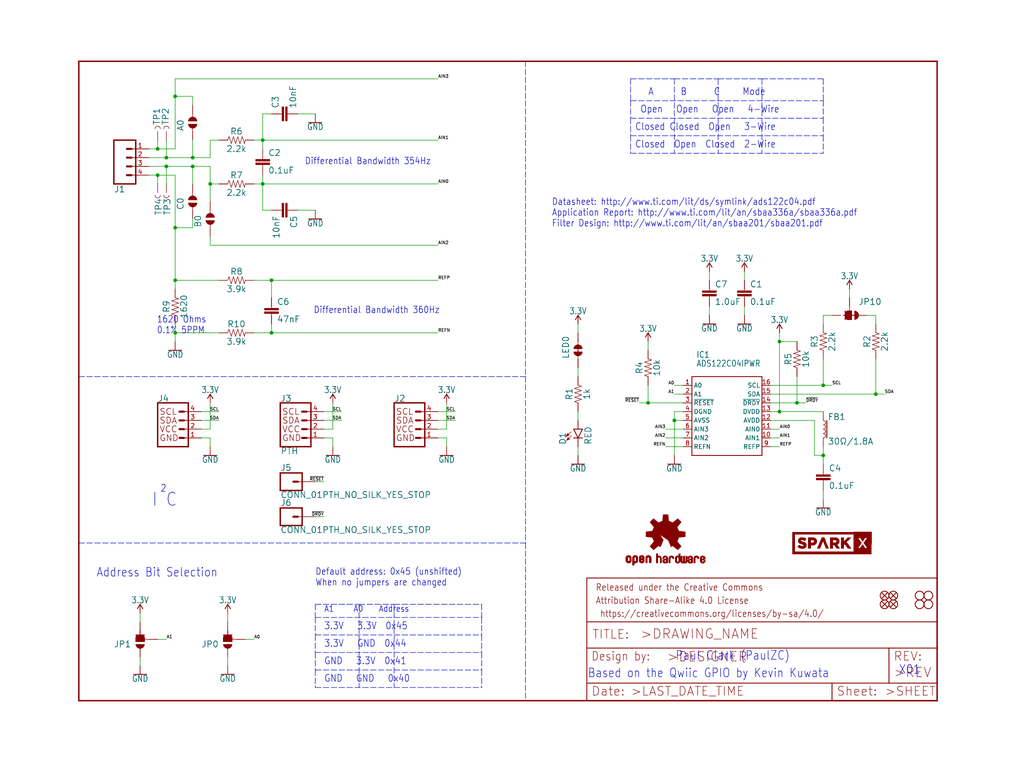
<source format=kicad_sch>
(kicad_sch (version 20211123) (generator eeschema)
  (paper "User" 297.002 223.926)
  (lib_symbols
    (symbol "eagleSchem-eagle-import:0.1UF-0603-25V-(+80{slash}-20%)"
      (property "Reference" "C" (at 1.524 2.921 0))
      (property "Value" "0.1UF-0603-25V-(+80{slash}-20%)" (at 1.524 -2.159 0))
      (symbol "0.1UF-0603-25V-(+80{slash}-20%)_1_0"
        (pin passive line (at 0 5.08 270) (length 2.54) (name "1") (number "1"))
        (pin passive line (at 0 -2.54 90) (length 2.54) (name "2") (number "2"))
      )
    )
    (symbol "eagleSchem-eagle-import:0.1UF-0603-25V-5%"
      (property "Reference" "C" (at 1.524 2.921 0))
      (property "Value" "0.1UF-0603-25V-5%" (at 1.524 -2.159 0))
      (symbol "0.1UF-0603-25V-5%_1_0"
        (pin passive line (at 0 5.08 270) (length 2.54) (name "1") (number "1"))
        (pin passive line (at 0 -2.54 90) (length 2.54) (name "2") (number "2"))
      )
    )
    (symbol "eagleSchem-eagle-import:1.0UF-0603-16V-10%-X7R"
      (property "Reference" "C" (at 1.524 2.921 0))
      (property "Value" "1.0UF-0603-16V-10%-X7R" (at 1.524 -2.159 0))
      (symbol "1.0UF-0603-16V-10%-X7R_1_0"
        (pin passive line (at 0 5.08 270) (length 2.54) (name "1") (number "1"))
        (pin passive line (at 0 -2.54 90) (length 2.54) (name "2") (number "2"))
      )
    )
    (symbol "eagleSchem-eagle-import:10KOHM-0603-1{slash}10W-1%"
      (property "Reference" "R" (at 0 1.524 0))
      (property "Value" "10KOHM-0603-1{slash}10W-1%" (at 0 -1.524 0))
      (symbol "10KOHM-0603-1{slash}10W-1%_1_0"
        (pin passive line (at -5.08 0 0) (length 2.54) (name "1") (number "1"))
        (pin passive line (at 5.08 0 180) (length 2.54) (name "2") (number "2"))
      )
    )
    (symbol "eagleSchem-eagle-import:10NF-0603-50V-10%"
      (property "Reference" "C" (at 1.524 2.921 0))
      (property "Value" "10NF-0603-50V-10%" (at 1.524 -2.159 0))
      (symbol "10NF-0603-50V-10%_1_0"
        (pin passive line (at 0 5.08 270) (length 2.54) (name "1") (number "1"))
        (pin passive line (at 0 -2.54 90) (length 2.54) (name "2") (number "2"))
      )
    )
    (symbol "eagleSchem-eagle-import:1620OHM-0603-0.1%-5PPM"
      (property "Reference" "R" (at 0 1.524 0))
      (property "Value" "1620OHM-0603-0.1%-5PPM" (at 0 -1.524 0))
      (symbol "1620OHM-0603-0.1%-5PPM_1_0"
        (pin passive line (at -5.08 0 0) (length 2.54) (name "1") (number "1"))
        (pin passive line (at 5.08 0 180) (length 2.54) (name "2") (number "2"))
      )
    )
    (symbol "eagleSchem-eagle-import:1KOHM-0603-1{slash}10W-1%"
      (property "Reference" "R" (at 0 1.524 0))
      (property "Value" "1KOHM-0603-1{slash}10W-1%" (at 0 -1.524 0))
      (symbol "1KOHM-0603-1{slash}10W-1%_1_0"
        (pin passive line (at -5.08 0 0) (length 2.54) (name "1") (number "1"))
        (pin passive line (at 5.08 0 180) (length 2.54) (name "2") (number "2"))
      )
    )
    (symbol "eagleSchem-eagle-import:2.2KOHM-0603-1{slash}10W-1%"
      (property "Reference" "R" (at 0 1.524 0))
      (property "Value" "2.2KOHM-0603-1{slash}10W-1%" (at 0 -1.524 0))
      (symbol "2.2KOHM-0603-1{slash}10W-1%_1_0"
        (pin passive line (at -5.08 0 0) (length 2.54) (name "1") (number "1"))
        (pin passive line (at 5.08 0 180) (length 2.54) (name "2") (number "2"))
      )
    )
    (symbol "eagleSchem-eagle-import:3.3V" (power)
      (property "Value" "3.3V" (at 0 2.794 0))
      (symbol "3.3V_1_0"
        (pin power_in line (at 0 0 90) (length 2.54) (name "3.3V") (number "1"))
      )
    )
    (symbol "eagleSchem-eagle-import:3.9KOHM-0603-1{slash}10W-1%"
      (property "Reference" "R" (at 0 1.524 0))
      (property "Value" "3.9KOHM-0603-1{slash}10W-1%" (at 0 -1.524 0))
      (symbol "3.9KOHM-0603-1{slash}10W-1%_1_0"
        (pin passive line (at -5.08 0 0) (length 2.54) (name "1") (number "1"))
        (pin passive line (at 5.08 0 180) (length 2.54) (name "2") (number "2"))
      )
    )
    (symbol "eagleSchem-eagle-import:47NF-0603-25V-5%"
      (property "Reference" "C" (at 1.524 2.921 0))
      (property "Value" "47NF-0603-25V-5%" (at 1.524 -2.159 0))
      (symbol "47NF-0603-25V-5%_1_0"
        (pin passive line (at 0 5.08 270) (length 2.54) (name "1") (number "1"))
        (pin passive line (at 0 -2.54 90) (length 2.54) (name "2") (number "2"))
      )
    )
    (symbol "eagleSchem-eagle-import:ADS122C04IPWR"
      (property "Reference" "U" (at 0 16.51 0))
      (property "Value" "ADS122C04IPWR" (at 0 13.97 0))
      (symbol "ADS122C04IPWR_1_0"
        (pin input line (at -12.7 8.89 0) (length 2.54) (name "A0") (number "1"))
        (pin input line (at 12.7 -6.35 180) (length 2.54) (name "AIN1") (number "10"))
        (pin input line (at 12.7 -3.81 180) (length 2.54) (name "AIN0") (number "11"))
        (pin power_in line (at 12.7 -1.27 180) (length 2.54) (name "AVDD") (number "12"))
        (pin power_in line (at 12.7 1.27 180) (length 2.54) (name "DVDD") (number "13"))
        (pin output line (at 12.7 3.81 180) (length 2.54) (name "~{DRDY}") (number "14"))
        (pin bidirectional line (at 12.7 6.35 180) (length 2.54) (name "SDA") (number "15"))
        (pin bidirectional line (at 12.7 8.89 180) (length 2.54) (name "SCL") (number "16"))
        (pin input line (at -12.7 6.35 0) (length 2.54) (name "A1") (number "2"))
        (pin input line (at -12.7 3.81 0) (length 2.54) (name "~{RESET}") (number "3"))
        (pin power_in line (at -12.7 1.27 0) (length 2.54) (name "DGND") (number "4"))
        (pin power_in line (at -12.7 -1.27 0) (length 2.54) (name "AVSS") (number "5"))
        (pin input line (at -12.7 -3.81 0) (length 2.54) (name "AIN3") (number "6"))
        (pin input line (at -12.7 -6.35 0) (length 2.54) (name "AIN2") (number "7"))
        (pin input line (at -12.7 -8.89 0) (length 2.54) (name "REFN") (number "8"))
        (pin input line (at 12.7 -8.89 180) (length 2.54) (name "REFP") (number "9"))
      )
    )
    (symbol "eagleSchem-eagle-import:CONN_01PTH_NO_SILK_YES_STOP"
      (property "Reference" "J" (at -2.54 3.048 0))
      (property "Value" "CONN_01PTH_NO_SILK_YES_STOP" (at -2.54 -4.826 0))
      (symbol "CONN_01PTH_NO_SILK_YES_STOP_1_0"
        (pin passive line (at 7.62 0 180) (length 5.08) (name "1") (number "1"))
      )
    )
    (symbol "eagleSchem-eagle-import:CONN_04LATCH"
      (property "Reference" "J" (at -5.08 8.128 0))
      (property "Value" "CONN_04LATCH" (at -5.08 -7.366 0))
      (symbol "CONN_04LATCH_1_0"
        (pin passive line (at 5.08 -2.54 180) (length 5.08) (name "1") (number "1"))
        (pin passive line (at 5.08 0 180) (length 5.08) (name "2") (number "2"))
        (pin passive line (at 5.08 2.54 180) (length 5.08) (name "3") (number "3"))
        (pin passive line (at 5.08 5.08 180) (length 5.08) (name "4") (number "4"))
      )
    )
    (symbol "eagleSchem-eagle-import:FERRITE_BEAD-0603"
      (property "Reference" "FB" (at 1.27 2.54 0))
      (property "Value" "FERRITE_BEAD-0603" (at 1.27 -2.54 0))
      (symbol "FERRITE_BEAD-0603_1_0"
        (pin passive line (at 0 5.08 270) (length 2.54) (name "1") (number "1"))
        (pin passive line (at 0 -5.08 90) (length 2.54) (name "2") (number "2"))
      )
    )
    (symbol "eagleSchem-eagle-import:FIDUCIAL1X2")
    (symbol "eagleSchem-eagle-import:FRAME-LETTER"
      (symbol "FRAME-LETTER_2_0"
        (text " https://creativecommons.org/licenses/by-sa/4.0/" (at 2.54 24.13 0) (effects (font (size 1.9304 1.6408)) (justify left bottom)))
        (text ">DESIGNER" (at 23.114 11.176 0) (effects (font (size 2.7432 2.7432)) (justify left bottom)))
        (text ">DRAWING_NAME" (at 15.494 17.78 0) (effects (font (size 2.7432 2.7432)) (justify left bottom)))
        (text ">LAST_DATE_TIME" (at 12.7 1.27 0) (effects (font (size 2.54 2.54)) (justify left bottom)))
        (text ">REV" (at 88.9 6.604 0) (effects (font (size 2.7432 2.7432)) (justify left bottom)))
        (text ">SHEET" (at 86.36 1.27 0) (effects (font (size 2.54 2.54)) (justify left bottom)))
        (text "Attribution Share-Alike 4.0 License" (at 2.54 27.94 0) (effects (font (size 1.9304 1.6408)) (justify left bottom)))
        (text "Date:" (at 1.27 1.27 0) (effects (font (size 2.54 2.54)) (justify left bottom)))
        (text "Design by:" (at 1.27 11.43 0) (effects (font (size 2.54 2.159)) (justify left bottom)))
        (text "Released under the Creative Commons" (at 2.54 31.75 0) (effects (font (size 1.9304 1.6408)) (justify left bottom)))
        (text "REV:" (at 88.9 11.43 0) (effects (font (size 2.54 2.54)) (justify left bottom)))
        (text "Sheet:" (at 72.39 1.27 0) (effects (font (size 2.54 2.54)) (justify left bottom)))
        (text "TITLE:" (at 1.524 17.78 0) (effects (font (size 2.54 2.54)) (justify left bottom)))
      )
    )
    (symbol "eagleSchem-eagle-import:GND" (power)
      (property "Value" "GND" (at 0 -0.254 0))
      (symbol "GND_1_0"
        (pin power_in line (at 0 2.54 270) (length 2.54) (name "GND") (number "1"))
      )
    )
    (symbol "eagleSchem-eagle-import:I2C_STANDARD_NO_SILK"
      (property "Reference" "J" (at -5.08 7.874 0))
      (property "Value" "I2C_STANDARD_NO_SILK" (at -5.08 -5.334 0))
      (symbol "I2C_STANDARD_NO_SILK_1_0"
        (text "GND" (at -4.572 -2.54 0) (effects (font (size 1.778 1.778)) (justify left)))
        (text "SCL" (at -4.572 5.08 0) (effects (font (size 1.778 1.778)) (justify left)))
        (text "SDA" (at -4.572 2.54 0) (effects (font (size 1.778 1.778)) (justify left)))
        (text "VCC" (at -4.572 0 0) (effects (font (size 1.778 1.778)) (justify left)))
        (pin power_in line (at 7.62 -2.54 180) (length 5.08) (name "1") (number "1"))
        (pin power_in line (at 7.62 0 180) (length 5.08) (name "2") (number "2"))
        (pin passive line (at 7.62 2.54 180) (length 5.08) (name "3") (number "3"))
        (pin passive line (at 7.62 5.08 180) (length 5.08) (name "4") (number "4"))
      )
    )
    (symbol "eagleSchem-eagle-import:JUMPER-SMT_2_NC_TRACE_SILK"
      (property "Reference" "JP" (at -2.54 2.54 0))
      (property "Value" "JUMPER-SMT_2_NC_TRACE_SILK" (at -2.54 -2.54 0))
      (symbol "JUMPER-SMT_2_NC_TRACE_SILK_1_0"
        (pin passive line (at -5.08 0 0) (length 2.54) (name "1") (number "1"))
        (pin passive line (at 5.08 0 180) (length 2.54) (name "2") (number "2"))
      )
    )
    (symbol "eagleSchem-eagle-import:JUMPER-SMT_2_NO_SILK_ROUND"
      (property "Reference" "JP" (at -2.54 2.54 0))
      (property "Value" "JUMPER-SMT_2_NO_SILK_ROUND" (at -2.54 -2.54 0))
      (symbol "JUMPER-SMT_2_NO_SILK_ROUND_1_0"
        (pin passive line (at -5.08 0 0) (length 2.54) (name "1") (number "1"))
        (pin passive line (at 5.08 0 180) (length 2.54) (name "2") (number "2"))
      )
    )
    (symbol "eagleSchem-eagle-import:JUMPER-SMT_3_1-NC_TRACE_SILK"
      (property "Reference" "JP" (at 2.54 0.381 0))
      (property "Value" "JUMPER-SMT_3_1-NC_TRACE_SILK" (at 2.54 -0.381 0))
      (symbol "JUMPER-SMT_3_1-NC_TRACE_SILK_1_0"
        (pin passive line (at 0 5.08 270) (length 2.54) (name "1") (number "1"))
        (pin passive line (at -5.08 0 0) (length 2.54) (name "2") (number "2"))
        (pin passive line (at 0 -5.08 90) (length 2.54) (name "3") (number "3"))
      )
    )
    (symbol "eagleSchem-eagle-import:JUMPER-SMT_3_2-NC_TRACE_SILK"
      (property "Reference" "JP" (at 2.54 0.381 0))
      (property "Value" "JUMPER-SMT_3_2-NC_TRACE_SILK" (at 2.54 -0.381 0))
      (symbol "JUMPER-SMT_3_2-NC_TRACE_SILK_1_0"
        (pin passive line (at 0 5.08 270) (length 2.54) (name "1") (number "1"))
        (pin passive line (at -5.08 0 0) (length 2.54) (name "2") (number "2"))
        (pin passive line (at 0 -5.08 90) (length 2.54) (name "3") (number "3"))
      )
    )
    (symbol "eagleSchem-eagle-import:LED-RED0603"
      (property "Reference" "D" (at -3.429 -4.572 90))
      (property "Value" "LED-RED0603" (at 1.905 -4.572 90))
      (symbol "LED-RED0603_1_0"
        (pin passive line (at 0 2.54 270) (length 2.54) (name "A") (number "A"))
        (pin passive line (at 0 -5.08 90) (length 2.54) (name "C") (number "C"))
      )
    )
    (symbol "eagleSchem-eagle-import:OSHW-LOGOMINI")
    (symbol "eagleSchem-eagle-import:QWIIC_CONNECTORJS-1MM"
      (property "Reference" "J" (at -5.08 7.874 0))
      (property "Value" "QWIIC_CONNECTORJS-1MM" (at -5.08 -5.334 0))
      (symbol "QWIIC_CONNECTORJS-1MM_1_0"
        (text "GND" (at -4.572 -2.54 0) (effects (font (size 1.778 1.778)) (justify left)))
        (text "SCL" (at -4.572 5.08 0) (effects (font (size 1.778 1.778)) (justify left)))
        (text "SDA" (at -4.572 2.54 0) (effects (font (size 1.778 1.778)) (justify left)))
        (text "VCC" (at -4.572 0 0) (effects (font (size 1.778 1.778)) (justify left)))
        (pin power_in line (at 7.62 -2.54 180) (length 5.08) (name "1") (number "1"))
        (pin power_in line (at 7.62 0 180) (length 5.08) (name "2") (number "2"))
        (pin passive line (at 7.62 2.54 180) (length 5.08) (name "3") (number "3"))
        (pin passive line (at 7.62 5.08 180) (length 5.08) (name "4") (number "4"))
      )
    )
    (symbol "eagleSchem-eagle-import:SPARKX-LOGO3")
    (symbol "eagleSchem-eagle-import:STAND-OFF")
    (symbol "eagleSchem-eagle-import:TEST-POINTTP_15TH_THRU"
      (property "Reference" "TP" (at -2.54 2.54 0))
      (property "Value" "TEST-POINTTP_15TH_THRU" (at -2.54 -2.54 0))
      (symbol "TEST-POINTTP_15TH_THRU_1_0"
        (pin bidirectional line (at 0 0 180) (length 0) (name "1") (number "P$1"))
      )
    )
  )
  (junction (at 48.26 48.26))
  (junction (at 76.2 53.34))
  (junction (at 226.06 99.06))
  (junction (at 231.14 116.84))
  (junction (at 50.8 96.52))
  (junction (at 55.88 45.72))
  (junction (at 45.72 43.18))
  (junction (at 50.8 27.94))
  (junction (at 78.74 81.28))
  (junction (at 48.26 45.72))
  (junction (at 45.72 50.8))
  (junction (at 226.06 119.38))
  (junction (at 238.76 111.76))
  (junction (at 187.96 116.84))
  (junction (at 76.2 40.64))
  (junction (at 55.88 48.26))
  (junction (at 195.58 121.92))
  (junction (at 60.96 53.34))
  (junction (at 50.8 81.28))
  (junction (at 238.76 132.08))
  (junction (at 50.8 66.04))
  (junction (at 78.74 96.52))
  (junction (at 254 114.3))
  (wire (pts (xy 48.26 45.72) (xy 55.88 45.72)))
  (wire (pts (xy 205.74 81.28) (xy 205.74 78.74)))
  (wire (pts (xy 167.64 109.22) (xy 167.64 106.68)))
  (wire (pts (xy 76.2 33.02) (xy 76.2 40.64)))
  (wire (pts (xy 50.8 93.98) (xy 50.8 96.52)))
  (polyline (pts (xy 139.7 194.31) (xy 139.7 199.39)))
  (wire (pts (xy 58.42 124.46) (xy 60.96 124.46)))
  (wire (pts (xy 215.9 88.9) (xy 215.9 91.44)))
  (wire (pts (xy 60.96 40.64) (xy 63.5 40.64)))
  (wire (pts (xy 198.12 111.76) (xy 195.58 111.76)))
  (polyline (pts (xy 139.7 184.15) (xy 139.7 189.23)))
  (wire (pts (xy 73.66 40.64) (xy 76.2 40.64)))
  (wire (pts (xy 45.72 53.34) (xy 45.72 50.8)))
  (wire (pts (xy 254 91.44) (xy 254 93.98)))
  (polyline (pts (xy 182.88 39.37) (xy 182.88 44.45)))
  (wire (pts (xy 55.88 53.34) (xy 55.88 48.26)))
  (wire (pts (xy 60.96 58.42) (xy 60.96 53.34)))
  (wire (pts (xy 127 124.46) (xy 129.54 124.46)))
  (wire (pts (xy 55.88 63.5) (xy 55.88 66.04)))
  (wire (pts (xy 43.18 43.18) (xy 45.72 43.18)))
  (wire (pts (xy 195.58 119.38) (xy 195.58 121.92)))
  (wire (pts (xy 223.52 121.92) (xy 236.22 121.92)))
  (wire (pts (xy 231.14 109.22) (xy 231.14 116.84)))
  (wire (pts (xy 167.64 96.52) (xy 167.64 93.98)))
  (wire (pts (xy 198.12 124.46) (xy 193.04 124.46)))
  (wire (pts (xy 60.96 68.58) (xy 60.96 71.12)))
  (wire (pts (xy 236.22 121.92) (xy 236.22 132.08)))
  (wire (pts (xy 60.96 127) (xy 60.96 129.54)))
  (polyline (pts (xy 182.88 34.29) (xy 182.88 39.37)))
  (wire (pts (xy 246.38 86.36) (xy 246.38 83.82)))
  (polyline (pts (xy 114.3 175.26) (xy 114.3 199.39)))
  (polyline (pts (xy 22.86 157.48) (xy 152.4 157.48)))
  (wire (pts (xy 50.8 96.52) (xy 50.8 99.06)))
  (wire (pts (xy 198.12 119.38) (xy 195.58 119.38)))
  (wire (pts (xy 226.06 99.06) (xy 226.06 96.52)))
  (wire (pts (xy 60.96 48.26) (xy 60.96 53.34)))
  (wire (pts (xy 238.76 144.78) (xy 238.76 142.24)))
  (wire (pts (xy 198.12 116.84) (xy 187.96 116.84)))
  (wire (pts (xy 198.12 114.3) (xy 195.58 114.3)))
  (wire (pts (xy 78.74 86.36) (xy 78.74 81.28)))
  (polyline (pts (xy 91.44 199.39) (xy 139.7 199.39)))
  (wire (pts (xy 48.26 53.34) (xy 48.26 48.26)))
  (wire (pts (xy 223.52 111.76) (xy 238.76 111.76)))
  (polyline (pts (xy 182.88 22.86) (xy 182.88 29.21)))
  (wire (pts (xy 238.76 91.44) (xy 238.76 93.98)))
  (polyline (pts (xy 182.88 29.21) (xy 238.76 29.21)))
  (wire (pts (xy 198.12 127) (xy 193.04 127)))
  (wire (pts (xy 78.74 33.02) (xy 76.2 33.02)))
  (polyline (pts (xy 152.4 17.78) (xy 152.4 109.22)))
  (wire (pts (xy 76.2 53.34) (xy 127 53.34)))
  (polyline (pts (xy 139.7 175.26) (xy 139.7 179.07)))
  (wire (pts (xy 129.54 127) (xy 129.54 129.54)))
  (wire (pts (xy 76.2 60.96) (xy 76.2 53.34)))
  (wire (pts (xy 55.88 66.04) (xy 50.8 66.04)))
  (wire (pts (xy 45.72 185.42) (xy 48.26 185.42)))
  (wire (pts (xy 241.3 91.44) (xy 238.76 91.44)))
  (polyline (pts (xy 238.76 22.86) (xy 238.76 29.21)))
  (wire (pts (xy 127 127) (xy 129.54 127)))
  (polyline (pts (xy 91.44 184.15) (xy 91.44 189.23)))
  (wire (pts (xy 223.52 129.54) (xy 226.06 129.54)))
  (wire (pts (xy 251.46 91.44) (xy 254 91.44)))
  (wire (pts (xy 238.76 134.62) (xy 238.76 132.08)))
  (wire (pts (xy 66.04 190.5) (xy 66.04 193.04)))
  (polyline (pts (xy 91.44 179.07) (xy 91.44 184.15)))
  (wire (pts (xy 48.26 48.26) (xy 55.88 48.26)))
  (polyline (pts (xy 91.44 189.23) (xy 139.7 189.23)))
  (wire (pts (xy 50.8 81.28) (xy 50.8 83.82)))
  (wire (pts (xy 40.64 190.5) (xy 40.64 193.04)))
  (wire (pts (xy 55.88 27.94) (xy 50.8 27.94)))
  (polyline (pts (xy 208.28 22.86) (xy 208.28 44.45)))
  (wire (pts (xy 195.58 121.92) (xy 198.12 121.92)))
  (polyline (pts (xy 114.3 175.26) (xy 139.7 175.26)))
  (wire (pts (xy 78.74 81.28) (xy 127 81.28)))
  (wire (pts (xy 167.64 132.08) (xy 167.64 129.54)))
  (polyline (pts (xy 220.98 22.86) (xy 220.98 44.45)))
  (wire (pts (xy 50.8 66.04) (xy 50.8 81.28)))
  (wire (pts (xy 238.76 104.14) (xy 238.76 111.76)))
  (wire (pts (xy 50.8 22.86) (xy 127 22.86)))
  (wire (pts (xy 60.96 124.46) (xy 60.96 116.84)))
  (wire (pts (xy 40.64 180.34) (xy 40.64 177.8)))
  (wire (pts (xy 205.74 88.9) (xy 205.74 91.44)))
  (wire (pts (xy 55.88 30.48) (xy 55.88 27.94)))
  (wire (pts (xy 187.96 111.76) (xy 187.96 116.84)))
  (polyline (pts (xy 91.44 194.31) (xy 91.44 199.39)))
  (polyline (pts (xy 139.7 179.07) (xy 139.7 184.15)))
  (wire (pts (xy 43.18 50.8) (xy 45.72 50.8)))
  (polyline (pts (xy 208.28 22.86) (xy 220.98 22.86)))
  (wire (pts (xy 187.96 99.06) (xy 187.96 101.6)))
  (polyline (pts (xy 182.88 34.29) (xy 238.76 34.29)))
  (wire (pts (xy 58.42 119.38) (xy 63.5 119.38)))
  (wire (pts (xy 236.22 132.08) (xy 238.76 132.08)))
  (wire (pts (xy 55.88 45.72) (xy 60.96 45.72)))
  (wire (pts (xy 93.98 119.38) (xy 99.06 119.38)))
  (wire (pts (xy 55.88 40.64) (xy 55.88 45.72)))
  (wire (pts (xy 127 119.38) (xy 132.08 119.38)))
  (wire (pts (xy 96.52 127) (xy 96.52 129.54)))
  (wire (pts (xy 223.52 116.84) (xy 231.14 116.84)))
  (wire (pts (xy 198.12 129.54) (xy 193.04 129.54)))
  (wire (pts (xy 60.96 53.34) (xy 63.5 53.34)))
  (polyline (pts (xy 195.58 22.86) (xy 195.58 44.45)))
  (wire (pts (xy 58.42 127) (xy 60.96 127)))
  (polyline (pts (xy 104.14 175.26) (xy 104.14 199.39)))
  (wire (pts (xy 60.96 45.72) (xy 60.96 40.64)))
  (wire (pts (xy 73.66 53.34) (xy 76.2 53.34)))
  (wire (pts (xy 93.98 127) (xy 96.52 127)))
  (wire (pts (xy 71.12 185.42) (xy 73.66 185.42)))
  (wire (pts (xy 91.44 139.7) (xy 93.98 139.7)))
  (wire (pts (xy 78.74 93.98) (xy 78.74 96.52)))
  (polyline (pts (xy 91.44 184.15) (xy 139.7 184.15)))
  (wire (pts (xy 127 121.92) (xy 132.08 121.92)))
  (wire (pts (xy 238.76 119.38) (xy 226.06 119.38)))
  (wire (pts (xy 76.2 53.34) (xy 76.2 50.8)))
  (polyline (pts (xy 152.4 109.22) (xy 152.4 157.48)))
  (wire (pts (xy 215.9 81.28) (xy 215.9 78.74)))
  (polyline (pts (xy 139.7 189.23) (xy 139.7 194.31)))
  (polyline (pts (xy 91.44 175.26) (xy 104.14 175.26)))
  (wire (pts (xy 76.2 43.18) (xy 76.2 40.64)))
  (wire (pts (xy 223.52 114.3) (xy 254 114.3)))
  (wire (pts (xy 93.98 121.92) (xy 99.06 121.92)))
  (wire (pts (xy 223.52 127) (xy 226.06 127)))
  (wire (pts (xy 50.8 43.18) (xy 50.8 27.94)))
  (wire (pts (xy 91.44 149.86) (xy 93.98 149.86)))
  (polyline (pts (xy 22.86 109.22) (xy 152.4 109.22)))
  (wire (pts (xy 195.58 132.08) (xy 195.58 121.92)))
  (polyline (pts (xy 91.44 179.07) (xy 139.7 179.07)))
  (polyline (pts (xy 182.88 22.86) (xy 195.58 22.86)))
  (wire (pts (xy 238.76 111.76) (xy 241.3 111.76)))
  (wire (pts (xy 223.52 124.46) (xy 226.06 124.46)))
  (wire (pts (xy 254 104.14) (xy 254 114.3)))
  (wire (pts (xy 45.72 50.8) (xy 50.8 50.8)))
  (polyline (pts (xy 91.44 175.26) (xy 91.44 179.07)))
  (polyline (pts (xy 91.44 189.23) (xy 91.44 194.31)))
  (wire (pts (xy 58.42 121.92) (xy 63.5 121.92)))
  (wire (pts (xy 187.96 116.84) (xy 185.42 116.84)))
  (wire (pts (xy 231.14 99.06) (xy 226.06 99.06)))
  (wire (pts (xy 48.26 40.64) (xy 48.26 45.72)))
  (wire (pts (xy 50.8 27.94) (xy 50.8 22.86)))
  (wire (pts (xy 73.66 81.28) (xy 78.74 81.28)))
  (wire (pts (xy 45.72 40.64) (xy 45.72 43.18)))
  (wire (pts (xy 63.5 81.28) (xy 50.8 81.28)))
  (wire (pts (xy 55.88 48.26) (xy 60.96 48.26)))
  (polyline (pts (xy 238.76 39.37) (xy 238.76 44.45)))
  (polyline (pts (xy 220.98 22.86) (xy 238.76 22.86)))
  (wire (pts (xy 254 114.3) (xy 256.54 114.3)))
  (wire (pts (xy 63.5 96.52) (xy 50.8 96.52)))
  (wire (pts (xy 96.52 124.46) (xy 96.52 116.84)))
  (wire (pts (xy 43.18 45.72) (xy 48.26 45.72)))
  (polyline (pts (xy 182.88 29.21) (xy 182.88 34.29)))
  (polyline (pts (xy 152.4 157.48) (xy 152.4 203.2)))
  (wire (pts (xy 223.52 119.38) (xy 226.06 119.38)))
  (polyline (pts (xy 195.58 22.86) (xy 208.28 22.86)))
  (wire (pts (xy 93.98 124.46) (xy 96.52 124.46)))
  (polyline (pts (xy 182.88 39.37) (xy 238.76 39.37)))
  (wire (pts (xy 43.18 48.26) (xy 48.26 48.26)))
  (wire (pts (xy 86.36 33.02) (xy 91.44 33.02)))
  (polyline (pts (xy 91.44 194.31) (xy 139.7 194.31)))
  (wire (pts (xy 76.2 40.64) (xy 127 40.64)))
  (wire (pts (xy 129.54 124.46) (xy 129.54 116.84)))
  (wire (pts (xy 50.8 50.8) (xy 50.8 66.04)))
  (wire (pts (xy 86.36 60.96) (xy 91.44 60.96)))
  (polyline (pts (xy 182.88 44.45) (xy 238.76 44.45)))
  (wire (pts (xy 78.74 96.52) (xy 127 96.52)))
  (wire (pts (xy 78.74 60.96) (xy 76.2 60.96)))
  (wire (pts (xy 45.72 43.18) (xy 50.8 43.18)))
  (wire (pts (xy 73.66 96.52) (xy 78.74 96.52)))
  (polyline (pts (xy 104.14 175.26) (xy 114.3 175.26)))
  (wire (pts (xy 231.14 116.84) (xy 233.68 116.84)))
  (wire (pts (xy 238.76 132.08) (xy 238.76 129.54)))
  (wire (pts (xy 167.64 121.92) (xy 167.64 119.38)))
  (wire (pts (xy 226.06 119.38) (xy 226.06 99.06)))
  (polyline (pts (xy 238.76 29.21) (xy 238.76 34.29)))
  (polyline (pts (xy 238.76 34.29) (xy 238.76 39.37)))
  (wire (pts (xy 60.96 71.12) (xy 127 71.12)))
  (wire (pts (xy 66.04 180.34) (xy 66.04 177.8)))
  (text "Datasheet: http://www.ti.com/lit/ds/symlink/ads122c04.pdf\nApplication Report: http://www.ti.com/lit/an/sbaa336a/sbaa336a.pdf\nFilter Design: http://www.ti.com/lit/an/sbaa201/sbaa201.pdf" (at 160.02 66.04 180) (effects (font (size 1.9304 1.6408)) (justify left bottom)))
  (text "Closed Closed  Open   3-Wire" (at 184.15 38.1 180) (effects (font (size 2.032 1.7272)) (justify left bottom)))
  (text "A1     A0    Address" (at 93.98 177.8 180) (effects (font (size 1.778 1.5113)) (justify left bottom)))
  (text "GND   GND   0x40" (at 93.98 198.12 180) (effects (font (size 2.032 1.7272)) (justify left bottom)))
  (text "Based on the Qwiic GPIO by Kevin Kuwata" (at 170.434 196.85 180) (effects (font (size 2.54 2.159)) (justify left bottom)))
  (text "1620 Ohms\n0.1% 5PPM" (at 45.466 97.028 180) (effects (font (size 1.9304 1.6408)) (justify left bottom)))
  (text "3.3V   GND  0x44" (at 93.98 187.96 180) (effects (font (size 2.032 1.7272)) (justify left bottom)))
  (text "Closed  Open  Closed  2-Wire" (at 184.15 43.18 180) (effects (font (size 2.032 1.7272)) (justify left bottom)))
  (text "Address Bit Selection" (at 27.94 167.64 180) (effects (font (size 2.54 2.159)) (justify left bottom)))
  (text "Differential Bandwidth 354Hz" (at 88.392 48.006 180) (effects (font (size 1.9304 1.6408)) (justify left bottom)))
  (text "GND   3.3V  0x41" (at 93.98 193.04 180) (effects (font (size 2.032 1.7272)) (justify left bottom)))
  (text "X01" (at 260.604 195.834 180) (effects (font (size 2.54 2.159)) (justify left bottom)))
  (text "Paul Clark (PaulZC)" (at 195.834 191.77 180) (effects (font (size 2.54 2.159)) (justify left bottom)))
  (text "Default address: 0x45 (unshifted)\nWhen no jumpers are changed" (at 91.44 170.18 180) (effects (font (size 1.9304 1.6408)) (justify left bottom)))
  (text "2" (at 46.482 143.002 180) (effects (font (size 2.032 1.7272)) (justify left bottom)))
  (text "Differential Bandwidth 360Hz" (at 90.932 91.186 180) (effects (font (size 1.9304 1.6408)) (justify left bottom)))
  (text "3.3V   3.3V  0x45" (at 93.98 182.88 180) (effects (font (size 2.032 1.7272)) (justify left bottom)))
  (text "I C" (at 47.752 145.034 180) (effects (font (size 3.81 3.2385))))
  (text "A      B      C     Mode" (at 187.96 27.94 180) (effects (font (size 2.032 1.7272)) (justify left bottom)))
  (text "Open   Open   Open   4-Wire" (at 185.674 33.02 180) (effects (font (size 2.032 1.7272)) (justify left bottom)))
  (label "SDA" (at 99.06 121.92 180) (effects (font (size 0.889 0.889))))
  (label "REFP" (at 127 81.28 0) (effects (font (size 0.889 0.889))))
  (label "AIN3" (at 193.04 124.46 180) (effects (font (size 0.889 0.889))))
  (label "A0" (at 195.58 111.76 180) (effects (font (size 0.889 0.889))))
  (label "REFN" (at 193.04 129.54 180) (effects (font (size 0.889 0.889))))
  (label "SCL" (at 99.06 119.38 180) (effects (font (size 0.889 0.889))))
  (label "~{DRDY}" (at 233.68 116.84 0) (effects (font (size 0.889 0.889))))
  (label "REFP" (at 226.06 129.54 0) (effects (font (size 0.889 0.889))))
  (label "AIN0" (at 127 53.34 0) (effects (font (size 0.889 0.889))))
  (label "A0" (at 73.66 185.42 0) (effects (font (size 0.889 0.889))))
  (label "REFN" (at 127 96.52 0) (effects (font (size 0.889 0.889))))
  (label "SDA" (at 256.54 114.3 0) (effects (font (size 0.889 0.889))))
  (label "AIN0" (at 226.06 124.46 0) (effects (font (size 0.889 0.889))))
  (label "SCL" (at 132.08 119.38 180) (effects (font (size 0.889 0.889))))
  (label "AIN2" (at 193.04 127 180) (effects (font (size 0.889 0.889))))
  (label "A1" (at 48.26 185.42 0) (effects (font (size 0.889 0.889))))
  (label "AIN3" (at 127 22.86 0) (effects (font (size 0.889 0.889))))
  (label "~{RESET}" (at 93.98 139.7 180) (effects (font (size 0.889 0.889))))
  (label "~{RESET}" (at 185.42 116.84 180) (effects (font (size 0.889 0.889))))
  (label "SDA" (at 132.08 121.92 180) (effects (font (size 0.889 0.889))))
  (label "A1" (at 195.58 114.3 180) (effects (font (size 0.889 0.889))))
  (label "AIN2" (at 127 71.12 0) (effects (font (size 0.889 0.889))))
  (label "SCL" (at 63.5 119.38 180) (effects (font (size 0.889 0.889))))
  (label "AIN1" (at 127 40.64 0) (effects (font (size 0.889 0.889))))
  (label "SCL" (at 241.3 111.76 0) (effects (font (size 0.889 0.889))))
  (label "AIN1" (at 226.06 127 0) (effects (font (size 0.889 0.889))))
  (label "SDA" (at 63.5 121.92 180) (effects (font (size 0.889 0.889))))
  (label "~{DRDY}" (at 93.98 149.86 180) (effects (font (size 0.889 0.889))))
  (symbol (lib_id "eagleSchem-eagle-import:0.1UF-0603-25V-5%") (at 76.2 48.26 0) (unit 1)
    (property "Reference" "C2" (at 77.724 45.339 0) (effects (font (size 1.778 1.778)) (justify left bottom)))
    (property "Value" "0.1uF" (at 77.724 50.419 0) (effects (font (size 1.778 1.778)) (justify left bottom)))
    (property "Footprint" "eagleSchem:0603" (effects hide))
  )
  (symbol (lib_id "eagleSchem-eagle-import:GND") (at 195.58 134.62 0) (unit 1)
    (property "Reference" "#GND11" (effects hide))
    (property "Value" "GND" (at 195.58 134.874 0) (effects (font (size 1.778 1.5113)) (justify top)))
    (property "Footprint" "eagleSchem:" (effects hide))
  )
  (symbol (lib_id "eagleSchem-eagle-import:3.3V") (at 60.96 116.84 0) (mirror y) (unit 1)
    (property "Reference" "#SUPPLY8" (effects hide))
    (property "Value" "3.3V" (at 60.96 114.046 0) (effects (font (size 1.778 1.5113)) (justify bottom)))
    (property "Footprint" "eagleSchem:" (effects hide))
  )
  (symbol (lib_id "eagleSchem-eagle-import:JUMPER-SMT_3_2-NC_TRACE_SILK") (at 246.38 91.44 270) (unit 1)
    (property "Reference" "JP10" (at 248.92 88.519 90) (effects (font (size 1.778 1.778)) (justify left bottom)))
    (property "Value" "JUMPER-SMT_3_2-NC_TRACE_SILK" (effects hide))
    (property "Footprint" "eagleSchem:SMT-JUMPER_3_2-NC_TRACE_SILK" (effects hide))
  )
  (symbol (lib_id "eagleSchem-eagle-import:1620OHM-0603-0.1%-5PPM") (at 50.8 88.9 90) (unit 1)
    (property "Reference" "R9" (at 49.276 88.9 0) (effects (font (size 1.778 1.778)) (justify bottom)))
    (property "Value" "1620" (at 52.324 88.9 0) (effects (font (size 1.778 1.778)) (justify top)))
    (property "Footprint" "eagleSchem:0603" (effects hide))
  )
  (symbol (lib_id "eagleSchem-eagle-import:GND") (at 91.44 35.56 0) (unit 1)
    (property "Reference" "#GND9" (effects hide))
    (property "Value" "GND" (at 91.44 35.814 0) (effects (font (size 1.778 1.5113)) (justify top)))
    (property "Footprint" "eagleSchem:" (effects hide))
  )
  (symbol (lib_id "eagleSchem-eagle-import:GND") (at 205.74 93.98 0) (unit 1)
    (property "Reference" "#GND13" (effects hide))
    (property "Value" "GND" (at 205.74 94.234 0) (effects (font (size 1.778 1.5113)) (justify top)))
    (property "Footprint" "eagleSchem:" (effects hide))
  )
  (symbol (lib_id "eagleSchem-eagle-import:3.3V") (at 167.64 93.98 0) (unit 1)
    (property "Reference" "#SUPPLY13" (effects hide))
    (property "Value" "3.3V" (at 167.64 91.186 0) (effects (font (size 1.778 1.5113)) (justify bottom)))
    (property "Footprint" "eagleSchem:" (effects hide))
  )
  (symbol (lib_id "eagleSchem-eagle-import:JUMPER-SMT_3_1-NC_TRACE_SILK") (at 40.64 185.42 180) (unit 1)
    (property "Reference" "JP1" (at 38.1 185.801 0) (effects (font (size 1.778 1.778)) (justify left bottom)))
    (property "Value" "JUMPER-SMT_3_1-NC_TRACE_SILK" (effects hide))
    (property "Footprint" "eagleSchem:SMT-JUMPER_3_1-NC_TRACE_SILK" (effects hide))
  )
  (symbol (lib_id "eagleSchem-eagle-import:STAND-OFF") (at 269.24 172.72 0) (unit 1)
    (property "Reference" "JP3" (effects hide))
    (property "Value" "STAND-OFF" (effects hide))
    (property "Footprint" "eagleSchem:STAND-OFF" (effects hide))
  )
  (symbol (lib_id "eagleSchem-eagle-import:3.9KOHM-0603-1{slash}10W-1%") (at 68.58 81.28 0) (unit 1)
    (property "Reference" "R8" (at 68.58 79.756 0) (effects (font (size 1.778 1.778)) (justify bottom)))
    (property "Value" "3.9k" (at 68.58 82.804 0) (effects (font (size 1.778 1.778)) (justify top)))
    (property "Footprint" "eagleSchem:0603" (effects hide))
  )
  (symbol (lib_id "eagleSchem-eagle-import:3.3V") (at 40.64 177.8 0) (mirror y) (unit 1)
    (property "Reference" "#SUPPLY3" (effects hide))
    (property "Value" "3.3V" (at 40.64 175.006 0) (effects (font (size 1.778 1.5113)) (justify bottom)))
    (property "Footprint" "eagleSchem:" (effects hide))
  )
  (symbol (lib_id "eagleSchem-eagle-import:QWIIC_CONNECTORJS-1MM") (at 50.8 124.46 0) (unit 1)
    (property "Reference" "J4" (at 45.72 116.586 0) (effects (font (size 1.778 1.778)) (justify left bottom)))
    (property "Value" "QWIIC_RIGHT_ANGLE" (effects hide))
    (property "Footprint" "eagleSchem:JST04_1MM_RA" (effects hide))
    (property "Value" "QWIIC_RIGHT_ANGLE" (effects hide))
  )
  (symbol (lib_id "eagleSchem-eagle-import:2.2KOHM-0603-1{slash}10W-1%") (at 68.58 53.34 0) (unit 1)
    (property "Reference" "R7" (at 68.58 51.816 0) (effects (font (size 1.778 1.778)) (justify bottom)))
    (property "Value" "2.2k" (at 68.58 54.864 0) (effects (font (size 1.778 1.778)) (justify top)))
    (property "Footprint" "eagleSchem:0603" (effects hide))
  )
  (symbol (lib_id "eagleSchem-eagle-import:CONN_01PTH_NO_SILK_YES_STOP") (at 83.82 149.86 0) (unit 1)
    (property "Reference" "J6" (at 81.28 146.812 0) (effects (font (size 1.778 1.778)) (justify left bottom)))
    (property "Value" "CONN_01PTH_NO_SILK_YES_STOP" (at 81.28 154.686 0) (effects (font (size 1.778 1.778)) (justify left bottom)))
    (property "Footprint" "eagleSchem:1X01_NO_SILK" (effects hide))
  )
  (symbol (lib_id "eagleSchem-eagle-import:GND") (at 167.64 134.62 0) (unit 1)
    (property "Reference" "#GND8" (effects hide))
    (property "Value" "GND" (at 167.64 134.874 0) (effects (font (size 1.778 1.5113)) (justify top)))
    (property "Footprint" "eagleSchem:" (effects hide))
  )
  (symbol (lib_id "eagleSchem-eagle-import:3.3V") (at 187.96 99.06 0) (unit 1)
    (property "Reference" "#SUPPLY12" (effects hide))
    (property "Value" "3.3V" (at 187.96 96.266 0) (effects (font (size 1.778 1.5113)) (justify bottom)))
    (property "Footprint" "eagleSchem:" (effects hide))
  )
  (symbol (lib_id "eagleSchem-eagle-import:2.2KOHM-0603-1{slash}10W-1%") (at 68.58 40.64 0) (unit 1)
    (property "Reference" "R6" (at 68.58 39.116 0) (effects (font (size 1.778 1.778)) (justify bottom)))
    (property "Value" "2.2k" (at 68.58 42.164 0) (effects (font (size 1.778 1.778)) (justify top)))
    (property "Footprint" "eagleSchem:0603" (effects hide))
  )
  (symbol (lib_id "eagleSchem-eagle-import:JUMPER-SMT_2_NC_TRACE_SILK") (at 167.64 101.6 90) (unit 1)
    (property "Reference" "LED0" (at 165.1 104.14 0) (effects (font (size 1.778 1.778)) (justify left bottom)))
    (property "Value" "JUMPER-SMT_2_NC_TRACE_SILK" (effects hide))
    (property "Footprint" "eagleSchem:SMT-JUMPER_2_NC_TRACE_SILK" (effects hide))
  )
  (symbol (lib_id "eagleSchem-eagle-import:0.1UF-0603-25V-(+80{slash}-20%)") (at 238.76 139.7 0) (unit 1)
    (property "Reference" "C4" (at 240.284 136.779 0) (effects (font (size 1.778 1.778)) (justify left bottom)))
    (property "Value" "0.1uF" (at 240.284 141.859 0) (effects (font (size 1.778 1.778)) (justify left bottom)))
    (property "Footprint" "eagleSchem:0603" (effects hide))
  )
  (symbol (lib_id "eagleSchem-eagle-import:OSHW-LOGOMINI") (at 193.04 154.94 0) (unit 1)
    (property "Reference" "LOGO1" (effects hide))
    (property "Value" "OSHW-LOGOMINI" (effects hide))
    (property "Footprint" "eagleSchem:OSHW-LOGO-MINI" (effects hide))
  )
  (symbol (lib_id "eagleSchem-eagle-import:TEST-POINTTP_15TH_THRU") (at 48.26 40.64 90) (unit 1)
    (property "Reference" "TP2" (at 49.022 36.322 0) (effects (font (size 1.778 1.778)) (justify left bottom)))
    (property "Value" "TEST-POINTTP_15TH_THRU" (effects hide))
    (property "Footprint" "eagleSchem:TP_15TH" (effects hide))
  )
  (symbol (lib_id "eagleSchem-eagle-import:FIDUCIAL1X2") (at 259.08 175.26 0) (unit 1)
    (property "Reference" "FD1" (effects hide))
    (property "Value" "FIDUCIAL1X2" (effects hide))
    (property "Footprint" "eagleSchem:FIDUCIAL-1X2" (effects hide))
  )
  (symbol (lib_id "eagleSchem-eagle-import:3.3V") (at 226.06 96.52 0) (unit 1)
    (property "Reference" "#SUPPLY9" (effects hide))
    (property "Value" "3.3V" (at 226.06 93.726 0) (effects (font (size 1.778 1.5113)) (justify bottom)))
    (property "Footprint" "eagleSchem:" (effects hide))
  )
  (symbol (lib_id "eagleSchem-eagle-import:FIDUCIAL1X2") (at 256.54 172.72 0) (unit 1)
    (property "Reference" "JP2" (effects hide))
    (property "Value" "FIDUCIAL1X2" (effects hide))
    (property "Footprint" "eagleSchem:FIDUCIAL-1X2" (effects hide))
  )
  (symbol (lib_id "eagleSchem-eagle-import:GND") (at 96.52 132.08 0) (unit 1)
    (property "Reference" "#GND5" (effects hide))
    (property "Value" "GND" (at 96.52 132.334 0) (effects (font (size 1.778 1.5113)) (justify top)))
    (property "Footprint" "eagleSchem:" (effects hide))
  )
  (symbol (lib_id "eagleSchem-eagle-import:GND") (at 40.64 195.58 0) (unit 1)
    (property "Reference" "#GND2" (effects hide))
    (property "Value" "GND" (at 40.64 195.834 0) (effects (font (size 1.778 1.5113)) (justify top)))
    (property "Footprint" "eagleSchem:" (effects hide))
  )
  (symbol (lib_id "eagleSchem-eagle-import:3.3V") (at 215.9 78.74 0) (unit 1)
    (property "Reference" "#SUPPLY2" (effects hide))
    (property "Value" "3.3V" (at 215.9 75.946 0) (effects (font (size 1.778 1.5113)) (justify bottom)))
    (property "Footprint" "eagleSchem:" (effects hide))
  )
  (symbol (lib_id "eagleSchem-eagle-import:10KOHM-0603-1{slash}10W-1%") (at 187.96 106.68 90) (unit 1)
    (property "Reference" "R4" (at 186.436 106.68 0) (effects (font (size 1.778 1.778)) (justify bottom)))
    (property "Value" "10k" (at 189.484 106.68 0) (effects (font (size 1.778 1.778)) (justify top)))
    (property "Footprint" "eagleSchem:0603" (effects hide))
  )
  (symbol (lib_id "eagleSchem-eagle-import:FIDUCIAL1X2") (at 256.54 175.26 0) (unit 1)
    (property "Reference" "FD2" (effects hide))
    (property "Value" "FIDUCIAL1X2" (effects hide))
    (property "Footprint" "eagleSchem:FIDUCIAL-1X2" (effects hide))
  )
  (symbol (lib_id "eagleSchem-eagle-import:GND") (at 50.8 101.6 0) (unit 1)
    (property "Reference" "#GND12" (effects hide))
    (property "Value" "GND" (at 50.8 101.854 0) (effects (font (size 1.778 1.5113)) (justify top)))
    (property "Footprint" "eagleSchem:" (effects hide))
  )
  (symbol (lib_id "eagleSchem-eagle-import:QWIIC_CONNECTORJS-1MM") (at 119.38 124.46 0) (unit 1)
    (property "Reference" "J2" (at 114.3 116.586 0) (effects (font (size 1.778 1.778)) (justify left bottom)))
    (property "Value" "QWIIC_RIGHT_ANGLE" (effects hide))
    (property "Footprint" "eagleSchem:JST04_1MM_RA" (effects hide))
    (property "Value" "QWIIC_RIGHT_ANGLE" (effects hide))
  )
  (symbol (lib_id "eagleSchem-eagle-import:3.3V") (at 96.52 116.84 0) (mirror y) (unit 1)
    (property "Reference" "#SUPPLY7" (effects hide))
    (property "Value" "3.3V" (at 96.52 114.046 0) (effects (font (size 1.778 1.5113)) (justify bottom)))
    (property "Footprint" "eagleSchem:" (effects hide))
  )
  (symbol (lib_id "eagleSchem-eagle-import:SPARKX-LOGO3") (at 241.3 157.48 0) (unit 1)
    (property "Reference" "U$1" (effects hide))
    (property "Value" "SPARKX-LOGO3" (effects hide))
    (property "Footprint" "eagleSchem:SPARKX-SMALL" (effects hide))
  )
  (symbol (lib_id "eagleSchem-eagle-import:GND") (at 91.44 63.5 0) (unit 1)
    (property "Reference" "#GND10" (effects hide))
    (property "Value" "GND" (at 91.44 63.754 0) (effects (font (size 1.778 1.5113)) (justify top)))
    (property "Footprint" "eagleSchem:" (effects hide))
  )
  (symbol (lib_id "eagleSchem-eagle-import:10NF-0603-50V-10%") (at 81.28 60.96 270) (unit 1)
    (property "Reference" "C5" (at 84.201 62.484 0) (effects (font (size 1.778 1.778)) (justify left bottom)))
    (property "Value" "10nF" (at 79.121 62.484 0) (effects (font (size 1.778 1.778)) (justify left bottom)))
    (property "Footprint" "eagleSchem:0603" (effects hide))
  )
  (symbol (lib_id "eagleSchem-eagle-import:LED-RED0603") (at 167.64 124.46 0) (unit 1)
    (property "Reference" "D1" (at 164.211 129.032 90) (effects (font (size 1.778 1.778)) (justify left bottom)))
    (property "Value" "RED" (at 169.545 129.032 90) (effects (font (size 1.778 1.778)) (justify left top)))
    (property "Footprint" "eagleSchem:LED-0603" (effects hide))
  )
  (symbol (lib_id "eagleSchem-eagle-import:I2C_STANDARD_NO_SILK") (at 86.36 124.46 0) (unit 1)
    (property "Reference" "J3" (at 81.28 116.586 0) (effects (font (size 1.778 1.778)) (justify left bottom)))
    (property "Value" "PTH" (at 81.28 129.794 0) (effects (font (size 1.778 1.778)) (justify left top)))
    (property "Footprint" "eagleSchem:1X04_NO_SILK" (effects hide))
  )
  (symbol (lib_id "eagleSchem-eagle-import:2.2KOHM-0603-1{slash}10W-1%") (at 254 99.06 90) (unit 1)
    (property "Reference" "R2" (at 252.476 99.06 0) (effects (font (size 1.778 1.778)) (justify bottom)))
    (property "Value" "2.2k" (at 255.524 99.06 0) (effects (font (size 1.778 1.778)) (justify top)))
    (property "Footprint" "eagleSchem:0603" (effects hide))
  )
  (symbol (lib_id "eagleSchem-eagle-import:FRAME-LETTER") (at 22.86 203.2 0) (unit 1)
    (property "Reference" "FRAME1" (effects hide))
    (property "Value" "FRAME-LETTER" (effects hide))
    (property "Footprint" "eagleSchem:CREATIVE_COMMONS" (effects hide))
  )
  (symbol (lib_id "eagleSchem-eagle-import:JUMPER-SMT_2_NO_SILK_ROUND") (at 60.96 63.5 90) (unit 1)
    (property "Reference" "B0" (at 58.42 66.04 0) (effects (font (size 1.778 1.778)) (justify left bottom)))
    (property "Value" "JUMPER-SMT_2_NO_SILK_ROUND" (effects hide))
    (property "Footprint" "eagleSchem:SMT-JUMPER_2_NO_SILK_ROUND" (effects hide))
  )
  (symbol (lib_id "eagleSchem-eagle-import:3.3V") (at 66.04 177.8 0) (mirror y) (unit 1)
    (property "Reference" "#SUPPLY6" (effects hide))
    (property "Value" "3.3V" (at 66.04 175.006 0) (effects (font (size 1.778 1.5113)) (justify bottom)))
    (property "Footprint" "eagleSchem:" (effects hide))
  )
  (symbol (lib_id "eagleSchem-eagle-import:JUMPER-SMT_2_NO_SILK_ROUND") (at 55.88 58.42 90) (unit 1)
    (property "Reference" "C0" (at 53.34 60.96 0) (effects (font (size 1.778 1.778)) (justify left bottom)))
    (property "Value" "JUMPER-SMT_2_NO_SILK_ROUND" (effects hide))
    (property "Footprint" "eagleSchem:SMT-JUMPER_2_NO_SILK_ROUND" (effects hide))
  )
  (symbol (lib_id "eagleSchem-eagle-import:GND") (at 66.04 195.58 0) (unit 1)
    (property "Reference" "#GND3" (effects hide))
    (property "Value" "GND" (at 66.04 195.834 0) (effects (font (size 1.778 1.5113)) (justify top)))
    (property "Footprint" "eagleSchem:" (effects hide))
  )
  (symbol (lib_id "eagleSchem-eagle-import:1KOHM-0603-1{slash}10W-1%") (at 167.64 114.3 90) (unit 1)
    (property "Reference" "R1" (at 166.116 114.3 0) (effects (font (size 1.778 1.778)) (justify bottom)))
    (property "Value" "1k" (at 169.164 114.3 0) (effects (font (size 1.778 1.778)) (justify top)))
    (property "Footprint" "eagleSchem:0603" (effects hide))
  )
  (symbol (lib_id "eagleSchem-eagle-import:ADS122C04IPWR") (at 210.82 120.65 0) (unit 1)
    (property "Reference" "IC1" (at 201.93 102.87 0) (effects (font (size 1.778 1.5113)) (justify left)))
    (property "Value" "ADS122C04IPWR" (at 201.93 105.41 0) (effects (font (size 1.778 1.5113)) (justify left)))
    (property "Footprint" "eagleSchem:SOP65P640X120-16N" (effects hide))
  )
  (symbol (lib_id "eagleSchem-eagle-import:FERRITE_BEAD-0603") (at 238.76 124.46 0) (unit 1)
    (property "Reference" "FB1" (at 240.03 121.92 0) (effects (font (size 1.778 1.778)) (justify left bottom)))
    (property "Value" "30Ω/1.8A" (at 240.03 127 0) (effects (font (size 1.778 1.778)) (justify left top)))
    (property "Footprint" "eagleSchem:0603" (effects hide))
  )
  (symbol (lib_id "eagleSchem-eagle-import:FIDUCIAL1X2") (at 259.08 172.72 0) (unit 1)
    (property "Reference" "JP6" (effects hide))
    (property "Value" "FIDUCIAL1X2" (effects hide))
    (property "Footprint" "eagleSchem:FIDUCIAL-1X2" (effects hide))
  )
  (symbol (lib_id "eagleSchem-eagle-import:SPARKX-LOGO3") (at 241.3 157.48 0) (unit 1)
    (property "Reference" "U$2" (effects hide))
    (property "Value" "SPARKX-LOGO3" (effects hide))
    (property "Footprint" "eagleSchem:SPARKX-SMALL" (effects hide))
  )
  (symbol (lib_id "eagleSchem-eagle-import:GND") (at 215.9 93.98 0) (unit 1)
    (property "Reference" "#GND1" (effects hide))
    (property "Value" "GND" (at 215.9 94.234 0) (effects (font (size 1.778 1.5113)) (justify top)))
    (property "Footprint" "eagleSchem:" (effects hide))
  )
  (symbol (lib_id "eagleSchem-eagle-import:CONN_04LATCH") (at 38.1 45.72 0) (mirror x) (unit 1)
    (property "Reference" "J1" (at 33.02 53.848 0) (effects (font (size 1.778 1.778)) (justify left bottom)))
    (property "Value" "CONN_04LATCH" (at 33.02 38.354 0) (effects (font (size 1.778 1.778)) (justify left bottom)))
    (property "Footprint" "eagleSchem:LATCHTERMINAL-5MM-4" (effects hide))
    (property "Value" "CONN_04LATCH" (effects hide))
  )
  (symbol (lib_id "eagleSchem-eagle-import:JUMPER-SMT_3_1-NC_TRACE_SILK") (at 66.04 185.42 180) (unit 1)
    (property "Reference" "JP0" (at 63.5 185.801 0) (effects (font (size 1.778 1.778)) (justify left bottom)))
    (property "Value" "JUMPER-SMT_3_1-NC_TRACE_SILK" (effects hide))
    (property "Footprint" "eagleSchem:SMT-JUMPER_3_1-NC_TRACE_SILK" (effects hide))
  )
  (symbol (lib_id "eagleSchem-eagle-import:3.3V") (at 246.38 83.82 0) (unit 1)
    (property "Reference" "#SUPPLY1" (effects hide))
    (property "Value" "3.3V" (at 246.38 81.026 0) (effects (font (size 1.778 1.5113)) (justify bottom)))
    (property "Footprint" "eagleSchem:" (effects hide))
  )
  (symbol (lib_id "eagleSchem-eagle-import:1.0UF-0603-16V-10%-X7R") (at 205.74 86.36 0) (unit 1)
    (property "Reference" "C7" (at 207.264 83.439 0) (effects (font (size 1.778 1.778)) (justify left bottom)))
    (property "Value" "1.0uF" (at 207.264 88.519 0) (effects (font (size 1.778 1.778)) (justify left bottom)))
    (property "Footprint" "eagleSchem:0603" (effects hide))
  )
  (symbol (lib_id "eagleSchem-eagle-import:3.3V") (at 129.54 116.84 0) (mirror y) (unit 1)
    (property "Reference" "#SUPPLY4" (effects hide))
    (property "Value" "3.3V" (at 129.54 114.046 0) (effects (font (size 1.778 1.5113)) (justify bottom)))
    (property "Footprint" "eagleSchem:" (effects hide))
  )
  (symbol (lib_id "eagleSchem-eagle-import:STAND-OFF") (at 269.24 175.26 0) (unit 1)
    (property "Reference" "JP4" (effects hide))
    (property "Value" "STAND-OFF" (effects hide))
    (property "Footprint" "eagleSchem:STAND-OFF" (effects hide))
  )
  (symbol (lib_id "eagleSchem-eagle-import:47NF-0603-25V-5%") (at 78.74 91.44 0) (unit 1)
    (property "Reference" "C6" (at 80.264 88.519 0) (effects (font (size 1.778 1.778)) (justify left bottom)))
    (property "Value" "47nF" (at 80.264 93.599 0) (effects (font (size 1.778 1.778)) (justify left bottom)))
    (property "Footprint" "eagleSchem:0603" (effects hide))
  )
  (symbol (lib_id "eagleSchem-eagle-import:10NF-0603-50V-10%") (at 83.82 33.02 90) (unit 1)
    (property "Reference" "C3" (at 80.899 31.496 0) (effects (font (size 1.778 1.778)) (justify left bottom)))
    (property "Value" "10nF" (at 85.979 31.496 0) (effects (font (size 1.778 1.778)) (justify left bottom)))
    (property "Footprint" "eagleSchem:0603" (effects hide))
  )
  (symbol (lib_id "eagleSchem-eagle-import:CONN_01PTH_NO_SILK_YES_STOP") (at 83.82 139.7 0) (unit 1)
    (property "Reference" "J5" (at 81.28 136.652 0) (effects (font (size 1.778 1.778)) (justify left bottom)))
    (property "Value" "CONN_01PTH_NO_SILK_YES_STOP" (at 81.28 144.526 0) (effects (font (size 1.778 1.778)) (justify left bottom)))
    (property "Footprint" "eagleSchem:1X01_NO_SILK" (effects hide))
  )
  (symbol (lib_id "eagleSchem-eagle-import:GND") (at 238.76 147.32 0) (unit 1)
    (property "Reference" "#GND7" (effects hide))
    (property "Value" "GND" (at 238.76 147.574 0) (effects (font (size 1.778 1.5113)) (justify top)))
    (property "Footprint" "eagleSchem:" (effects hide))
  )
  (symbol (lib_id "eagleSchem-eagle-import:STAND-OFF") (at 266.7 175.26 0) (unit 1)
    (property "Reference" "H2" (effects hide))
    (property "Value" "STAND-OFF" (effects hide))
    (property "Footprint" "eagleSchem:STAND-OFF" (effects hide))
  )
  (symbol (lib_id "eagleSchem-eagle-import:0.1UF-0603-25V-(+80{slash}-20%)") (at 215.9 86.36 0) (unit 1)
    (property "Reference" "C1" (at 217.424 83.439 0) (effects (font (size 1.778 1.778)) (justify left bottom)))
    (property "Value" "0.1uF" (at 217.424 88.519 0) (effects (font (size 1.778 1.778)) (justify left bottom)))
    (property "Footprint" "eagleSchem:0603" (effects hide))
  )
  (symbol (lib_id "eagleSchem-eagle-import:GND") (at 129.54 132.08 0) (unit 1)
    (property "Reference" "#GND6" (effects hide))
    (property "Value" "GND" (at 129.54 132.334 0) (effects (font (size 1.778 1.5113)) (justify top)))
    (property "Footprint" "eagleSchem:" (effects hide))
  )
  (symbol (lib_id "eagleSchem-eagle-import:3.3V") (at 205.74 78.74 0) (unit 1)
    (property "Reference" "#SUPPLY5" (effects hide))
    (property "Value" "3.3V" (at 205.74 75.946 0) (effects (font (size 1.778 1.5113)) (justify bottom)))
    (property "Footprint" "eagleSchem:" (effects hide))
  )
  (symbol (lib_id "eagleSchem-eagle-import:GND") (at 60.96 132.08 0) (unit 1)
    (property "Reference" "#GND4" (effects hide))
    (property "Value" "GND" (at 60.96 132.334 0) (effects (font (size 1.778 1.5113)) (justify top)))
    (property "Footprint" "eagleSchem:" (effects hide))
  )
  (symbol (lib_id "eagleSchem-eagle-import:2.2KOHM-0603-1{slash}10W-1%") (at 238.76 99.06 90) (unit 1)
    (property "Reference" "R3" (at 237.236 99.06 0) (effects (font (size 1.778 1.778)) (justify bottom)))
    (property "Value" "2.2k" (at 240.284 99.06 0) (effects (font (size 1.778 1.778)) (justify top)))
    (property "Footprint" "eagleSchem:0603" (effects hide))
  )
  (symbol (lib_id "eagleSchem-eagle-import:3.9KOHM-0603-1{slash}10W-1%") (at 68.58 96.52 0) (unit 1)
    (property "Reference" "R10" (at 68.58 94.996 0) (effects (font (size 1.778 1.778)) (justify bottom)))
    (property "Value" "3.9k" (at 68.58 98.044 0) (effects (font (size 1.778 1.778)) (justify top)))
    (property "Footprint" "eagleSchem:0603" (effects hide))
  )
  (symbol (lib_id "eagleSchem-eagle-import:FRAME-LETTER") (at 170.18 203.2 0) (unit 2)
    (property "Reference" "FRAME1" (effects hide))
    (property "Value" "FRAME-LETTER" (effects hide))
    (property "Footprint" "eagleSchem:CREATIVE_COMMONS" (effects hide))
  )
  (symbol (lib_id "eagleSchem-eagle-import:STAND-OFF") (at 266.7 172.72 0) (unit 1)
    (property "Reference" "H1" (effects hide))
    (property "Value" "STAND-OFF" (effects hide))
    (property "Footprint" "eagleSchem:STAND-OFF" (effects hide))
  )
  (symbol (lib_id "eagleSchem-eagle-import:JUMPER-SMT_2_NO_SILK_ROUND") (at 55.88 35.56 90) (unit 1)
    (property "Reference" "A0" (at 53.34 38.1 0) (effects (font (size 1.778 1.778)) (justify left bottom)))
    (property "Value" "JUMPER-SMT_2_NO_SILK_ROUND" (effects hide))
    (property "Footprint" "eagleSchem:SMT-JUMPER_2_NO_SILK_ROUND" (effects hide))
  )
  (symbol (lib_id "eagleSchem-eagle-import:10KOHM-0603-1{slash}10W-1%") (at 231.14 104.14 90) (unit 1)
    (property "Reference" "R5" (at 229.616 104.14 0) (effects (font (size 1.778 1.778)) (justify bottom)))
    (property "Value" "10k" (at 232.664 104.14 0) (effects (font (size 1.778 1.778)) (justify top)))
    (property "Footprint" "eagleSchem:0603" (effects hide))
  )
  (symbol (lib_id "eagleSchem-eagle-import:TEST-POINTTP_15TH_THRU") (at 45.72 40.64 90) (unit 1)
    (property "Reference" "TP1" (at 46.482 36.322 0) (effects (font (size 1.778 1.778)) (justify left bottom)))
    (property "Value" "TEST-POINTTP_15TH_THRU" (effects hide))
    (property "Footprint" "eagleSchem:TP_15TH" (effects hide))
  )
  (symbol (lib_id "eagleSchem-eagle-import:TEST-POINTTP_15TH_THRU") (at 48.26 53.34 270) (unit 1)
    (property "Reference" "TP3" (at 47.498 57.404 0) (effects (font (size 1.778 1.778)) (justify left bottom)))
    (property "Value" "TEST-POINTTP_15TH_THRU" (effects hide))
    (property "Footprint" "eagleSchem:TP_15TH" (effects hide))
  )
  (symbol (lib_id "eagleSchem-eagle-import:TEST-POINTTP_15TH_THRU") (at 45.72 53.34 270) (unit 1)
    (property "Reference" "TP4" (at 44.958 57.404 0) (effects (font (size 1.778 1.778)) (justify left bottom)))
    (property "Value" "TEST-POINTTP_15TH_THRU" (effects hide))
    (property "Footprint" "eagleSchem:TP_15TH" (effects hide))
  )
)
</source>
